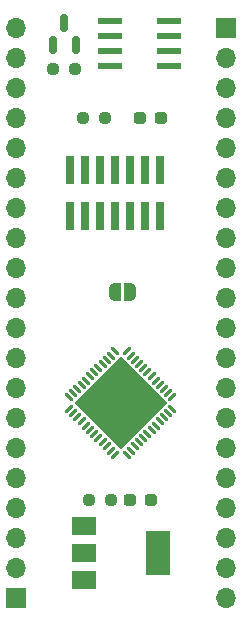
<source format=gbr>
%TF.GenerationSoftware,KiCad,Pcbnew,(6.0.1)*%
%TF.CreationDate,2022-02-14T12:01:51-05:00*%
%TF.ProjectId,demo,64656d6f-2e6b-4696-9361-645f70636258,rev?*%
%TF.SameCoordinates,Original*%
%TF.FileFunction,Soldermask,Top*%
%TF.FilePolarity,Negative*%
%FSLAX46Y46*%
G04 Gerber Fmt 4.6, Leading zero omitted, Abs format (unit mm)*
G04 Created by KiCad (PCBNEW (6.0.1)) date 2022-02-14 12:01:51*
%MOMM*%
%LPD*%
G01*
G04 APERTURE LIST*
G04 Aperture macros list*
%AMRoundRect*
0 Rectangle with rounded corners*
0 $1 Rounding radius*
0 $2 $3 $4 $5 $6 $7 $8 $9 X,Y pos of 4 corners*
0 Add a 4 corners polygon primitive as box body*
4,1,4,$2,$3,$4,$5,$6,$7,$8,$9,$2,$3,0*
0 Add four circle primitives for the rounded corners*
1,1,$1+$1,$2,$3*
1,1,$1+$1,$4,$5*
1,1,$1+$1,$6,$7*
1,1,$1+$1,$8,$9*
0 Add four rect primitives between the rounded corners*
20,1,$1+$1,$2,$3,$4,$5,0*
20,1,$1+$1,$4,$5,$6,$7,0*
20,1,$1+$1,$6,$7,$8,$9,0*
20,1,$1+$1,$8,$9,$2,$3,0*%
%AMRotRect*
0 Rectangle, with rotation*
0 The origin of the aperture is its center*
0 $1 length*
0 $2 width*
0 $3 Rotation angle, in degrees counterclockwise*
0 Add horizontal line*
21,1,$1,$2,0,0,$3*%
%AMFreePoly0*
4,1,22,0.500000,-0.750000,0.000000,-0.750000,0.000000,-0.745033,-0.079941,-0.743568,-0.215256,-0.701293,-0.333266,-0.622738,-0.424486,-0.514219,-0.481581,-0.384460,-0.499164,-0.250000,-0.500000,-0.250000,-0.500000,0.250000,-0.499164,0.250000,-0.499963,0.256109,-0.478152,0.396186,-0.417904,0.524511,-0.324060,0.630769,-0.204165,0.706417,-0.067858,0.745374,0.000000,0.744959,0.000000,0.750000,
0.500000,0.750000,0.500000,-0.750000,0.500000,-0.750000,$1*%
%AMFreePoly1*
4,1,20,0.000000,0.744959,0.073905,0.744508,0.209726,0.703889,0.328688,0.626782,0.421226,0.519385,0.479903,0.390333,0.500000,0.250000,0.500000,-0.250000,0.499851,-0.262216,0.476331,-0.402017,0.414519,-0.529596,0.319384,-0.634700,0.198574,-0.708877,0.061801,-0.746166,0.000000,-0.745033,0.000000,-0.750000,-0.500000,-0.750000,-0.500000,0.750000,0.000000,0.750000,0.000000,0.744959,
0.000000,0.744959,$1*%
G04 Aperture macros list end*
%ADD10RoundRect,0.237500X0.287500X0.237500X-0.287500X0.237500X-0.287500X-0.237500X0.287500X-0.237500X0*%
%ADD11RoundRect,0.237500X0.250000X0.237500X-0.250000X0.237500X-0.250000X-0.237500X0.250000X-0.237500X0*%
%ADD12RoundRect,0.041300X0.943700X0.253700X-0.943700X0.253700X-0.943700X-0.253700X0.943700X-0.253700X0*%
%ADD13FreePoly0,0.000000*%
%ADD14FreePoly1,0.000000*%
%ADD15RoundRect,0.062500X-0.309359X0.220971X0.220971X-0.309359X0.309359X-0.220971X-0.220971X0.309359X0*%
%ADD16RoundRect,0.062500X-0.309359X-0.220971X-0.220971X-0.309359X0.309359X0.220971X0.220971X0.309359X0*%
%ADD17RotRect,5.600000X5.600000X315.000000*%
%ADD18R,2.000000X1.500000*%
%ADD19R,2.000000X3.800000*%
%ADD20R,0.740000X2.400000*%
%ADD21RoundRect,0.150000X0.150000X-0.587500X0.150000X0.587500X-0.150000X0.587500X-0.150000X-0.587500X0*%
%ADD22R,1.700000X1.700000*%
%ADD23O,1.700000X1.700000*%
G04 APERTURE END LIST*
D10*
%TO.C,D2*%
X156232800Y-99669600D03*
X154482800Y-99669600D03*
%TD*%
D11*
%TO.C,R1*%
X152804500Y-99669600D03*
X150979500Y-99669600D03*
%TD*%
%TO.C,R2*%
X152296500Y-67310000D03*
X150471500Y-67310000D03*
%TD*%
D12*
%TO.C,U4*%
X157722000Y-62865000D03*
X157722000Y-61595000D03*
X157722000Y-60325000D03*
X157722000Y-59055000D03*
X152772000Y-59055000D03*
X152772000Y-60325000D03*
X152772000Y-61595000D03*
X152772000Y-62865000D03*
%TD*%
D13*
%TO.C,JP1*%
X153172400Y-82042000D03*
D14*
X154472400Y-82042000D03*
%TD*%
D15*
%TO.C,U1*%
X153183864Y-87064777D03*
X152830311Y-87418330D03*
X152476757Y-87771884D03*
X152123204Y-88125437D03*
X151769651Y-88478990D03*
X151416097Y-88832544D03*
X151062544Y-89186097D03*
X150708990Y-89539651D03*
X150355437Y-89893204D03*
X150001884Y-90246757D03*
X149648330Y-90600311D03*
X149294777Y-90953864D03*
D16*
X149294777Y-91926136D03*
X149648330Y-92279689D03*
X150001884Y-92633243D03*
X150355437Y-92986796D03*
X150708990Y-93340349D03*
X151062544Y-93693903D03*
X151416097Y-94047456D03*
X151769651Y-94401010D03*
X152123204Y-94754563D03*
X152476757Y-95108116D03*
X152830311Y-95461670D03*
X153183864Y-95815223D03*
D15*
X154156136Y-95815223D03*
X154509689Y-95461670D03*
X154863243Y-95108116D03*
X155216796Y-94754563D03*
X155570349Y-94401010D03*
X155923903Y-94047456D03*
X156277456Y-93693903D03*
X156631010Y-93340349D03*
X156984563Y-92986796D03*
X157338116Y-92633243D03*
X157691670Y-92279689D03*
X158045223Y-91926136D03*
D16*
X158045223Y-90953864D03*
X157691670Y-90600311D03*
X157338116Y-90246757D03*
X156984563Y-89893204D03*
X156631010Y-89539651D03*
X156277456Y-89186097D03*
X155923903Y-88832544D03*
X155570349Y-88478990D03*
X155216796Y-88125437D03*
X154863243Y-87771884D03*
X154509689Y-87418330D03*
X154156136Y-87064777D03*
D17*
X153670000Y-91440000D03*
%TD*%
D11*
%TO.C,R6*%
X149756500Y-63144400D03*
X147931500Y-63144400D03*
%TD*%
D18*
%TO.C,U2*%
X150520000Y-101840000D03*
X150520000Y-104140000D03*
D19*
X156820000Y-104140000D03*
D18*
X150520000Y-106440000D03*
%TD*%
D20*
%TO.C,J6*%
X156972000Y-71710000D03*
X156972000Y-75610000D03*
X155702000Y-71710000D03*
X155702000Y-75610000D03*
X154432000Y-71710000D03*
X154432000Y-75610000D03*
X153162000Y-71710000D03*
X153162000Y-75610000D03*
X151892000Y-71710000D03*
X151892000Y-75610000D03*
X150622000Y-71710000D03*
X150622000Y-75610000D03*
X149352000Y-71710000D03*
X149352000Y-75610000D03*
%TD*%
D21*
%TO.C,D9*%
X147944800Y-61135500D03*
X149844800Y-61135500D03*
X148894800Y-59260500D03*
%TD*%
D10*
%TO.C,D1*%
X157085000Y-67310000D03*
X155335000Y-67310000D03*
%TD*%
D22*
%TO.C,J2*%
X162560000Y-59690000D03*
D23*
X162560000Y-62230000D03*
X162560000Y-64770000D03*
X162560000Y-67310000D03*
X162560000Y-69850000D03*
X162560000Y-72390000D03*
X162560000Y-74930000D03*
X162560000Y-77470000D03*
X162560000Y-80010000D03*
X162560000Y-82550000D03*
X162560000Y-85090000D03*
X162560000Y-87630000D03*
X162560000Y-90170000D03*
X162560000Y-92710000D03*
X162560000Y-95250000D03*
X162560000Y-97790000D03*
X162560000Y-100330000D03*
X162560000Y-102870000D03*
X162560000Y-105410000D03*
X162560000Y-107950000D03*
%TD*%
D22*
%TO.C,J3*%
X144780000Y-107945000D03*
D23*
X144780000Y-105405000D03*
X144780000Y-102865000D03*
X144780000Y-100325000D03*
X144780000Y-97785000D03*
X144780000Y-95245000D03*
X144780000Y-92705000D03*
X144780000Y-90165000D03*
X144780000Y-87625000D03*
X144780000Y-85085000D03*
X144780000Y-82545000D03*
X144780000Y-80005000D03*
X144780000Y-77465000D03*
X144780000Y-74925000D03*
X144780000Y-72385000D03*
X144780000Y-69845000D03*
X144780000Y-67305000D03*
X144780000Y-64765000D03*
X144780000Y-62225000D03*
X144780000Y-59685000D03*
%TD*%
M02*

</source>
